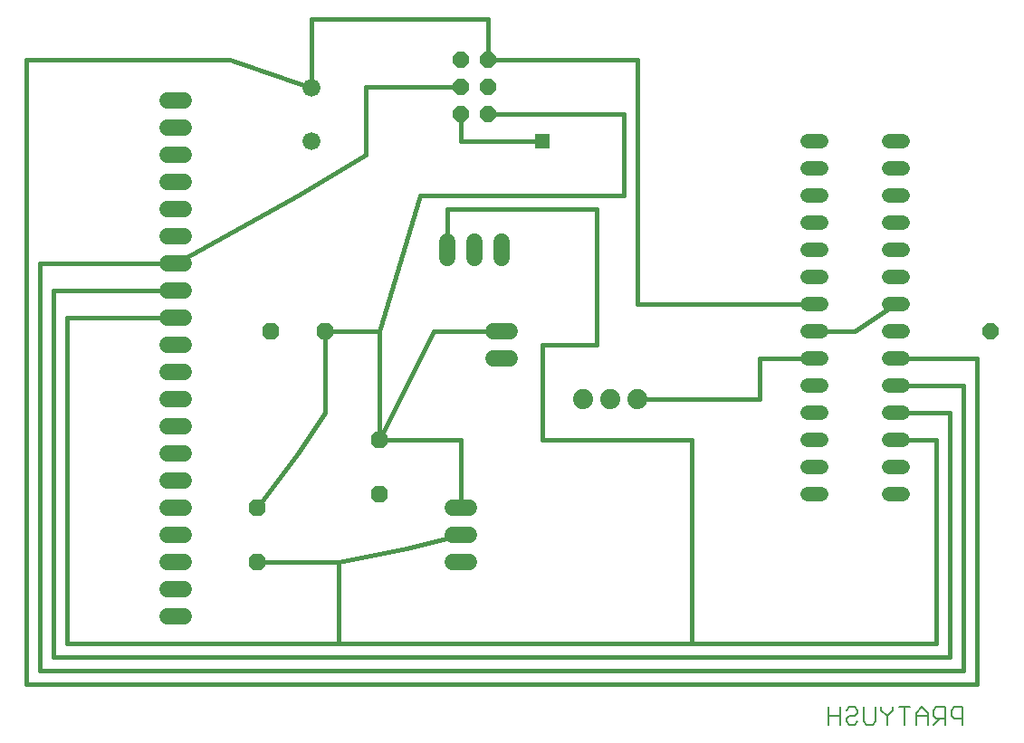
<source format=gbl>
G75*
%MOIN*%
%OFA0B0*%
%FSLAX24Y24*%
%IPPOS*%
%LPD*%
%AMOC8*
5,1,8,0,0,1.08239X$1,22.5*
%
%ADD10C,0.0060*%
%ADD11C,0.0520*%
%ADD12C,0.0600*%
%ADD13OC8,0.0600*%
%ADD14C,0.0740*%
%ADD15C,0.0660*%
%ADD16OC8,0.0630*%
%ADD17C,0.0160*%
%ADD18R,0.0531X0.0531*%
D10*
X032131Y002130D02*
X032131Y002771D01*
X032131Y002450D02*
X032558Y002450D01*
X032776Y002344D02*
X032776Y002237D01*
X032882Y002130D01*
X033096Y002130D01*
X033203Y002237D01*
X033420Y002237D02*
X033527Y002130D01*
X033740Y002130D01*
X033847Y002237D01*
X033847Y002771D01*
X034065Y002771D02*
X034065Y002664D01*
X034278Y002450D01*
X034278Y002130D01*
X034278Y002450D02*
X034492Y002664D01*
X034492Y002771D01*
X034709Y002771D02*
X035136Y002771D01*
X034923Y002771D02*
X034923Y002130D01*
X035354Y002130D02*
X035354Y002557D01*
X035567Y002771D01*
X035781Y002557D01*
X035781Y002130D01*
X035998Y002130D02*
X036212Y002344D01*
X036105Y002344D02*
X036425Y002344D01*
X036425Y002130D02*
X036425Y002771D01*
X036105Y002771D01*
X035998Y002664D01*
X035998Y002450D01*
X036105Y002344D01*
X035781Y002450D02*
X035354Y002450D01*
X036643Y002450D02*
X036750Y002344D01*
X037070Y002344D01*
X037070Y002130D02*
X037070Y002771D01*
X036750Y002771D01*
X036643Y002664D01*
X036643Y002450D01*
X033420Y002237D02*
X033420Y002771D01*
X033203Y002664D02*
X033203Y002557D01*
X033096Y002450D01*
X032882Y002450D01*
X032776Y002344D01*
X032558Y002130D02*
X032558Y002771D01*
X032776Y002664D02*
X032882Y002771D01*
X033096Y002771D01*
X033203Y002664D01*
D11*
X034340Y010600D02*
X034860Y010600D01*
X034860Y011600D02*
X034340Y011600D01*
X034340Y012600D02*
X034860Y012600D01*
X034860Y013600D02*
X034340Y013600D01*
X034340Y014600D02*
X034860Y014600D01*
X034860Y015600D02*
X034340Y015600D01*
X034340Y016600D02*
X034860Y016600D01*
X034860Y017600D02*
X034340Y017600D01*
X034340Y018600D02*
X034860Y018600D01*
X034860Y019600D02*
X034340Y019600D01*
X034340Y020600D02*
X034860Y020600D01*
X034860Y021600D02*
X034340Y021600D01*
X034340Y022600D02*
X034860Y022600D01*
X034860Y023600D02*
X034340Y023600D01*
X031860Y023600D02*
X031340Y023600D01*
X031340Y022600D02*
X031860Y022600D01*
X031860Y021600D02*
X031340Y021600D01*
X031340Y020600D02*
X031860Y020600D01*
X031860Y019600D02*
X031340Y019600D01*
X031340Y018600D02*
X031860Y018600D01*
X031860Y017600D02*
X031340Y017600D01*
X031340Y016600D02*
X031860Y016600D01*
X031860Y015600D02*
X031340Y015600D01*
X031340Y014600D02*
X031860Y014600D01*
X031860Y013600D02*
X031340Y013600D01*
X031340Y012600D02*
X031860Y012600D01*
X031860Y011600D02*
X031340Y011600D01*
X031340Y010600D02*
X031860Y010600D01*
D12*
X020400Y015600D02*
X019800Y015600D01*
X019800Y016600D02*
X020400Y016600D01*
X020100Y019300D02*
X020100Y019900D01*
X019100Y019900D02*
X019100Y019300D01*
X018100Y019300D02*
X018100Y019900D01*
X008400Y020100D02*
X007800Y020100D01*
X007800Y019100D02*
X008400Y019100D01*
X008400Y018100D02*
X007800Y018100D01*
X007800Y017100D02*
X008400Y017100D01*
X008400Y016100D02*
X007800Y016100D01*
X007800Y015100D02*
X008400Y015100D01*
X008400Y014100D02*
X007800Y014100D01*
X007800Y013100D02*
X008400Y013100D01*
X008400Y012100D02*
X007800Y012100D01*
X007800Y011100D02*
X008400Y011100D01*
X008400Y010100D02*
X007800Y010100D01*
X007800Y009100D02*
X008400Y009100D01*
X008400Y008100D02*
X007800Y008100D01*
X007800Y007100D02*
X008400Y007100D01*
X008400Y006100D02*
X007800Y006100D01*
X018300Y008100D02*
X018900Y008100D01*
X018900Y009100D02*
X018300Y009100D01*
X018300Y010100D02*
X018900Y010100D01*
X008400Y021100D02*
X007800Y021100D01*
X007800Y022100D02*
X008400Y022100D01*
X008400Y023100D02*
X007800Y023100D01*
X007800Y024100D02*
X008400Y024100D01*
X008400Y025100D02*
X007800Y025100D01*
D13*
X018600Y024600D03*
X018600Y025600D03*
X018600Y026600D03*
X019600Y026600D03*
X019600Y025600D03*
X019600Y024600D03*
X038100Y016600D03*
D14*
X025100Y014100D03*
X024100Y014100D03*
X023100Y014100D03*
D15*
X013100Y023616D03*
X013100Y025584D03*
D16*
X013600Y016600D03*
X011600Y016600D03*
X015600Y012600D03*
X015600Y010600D03*
X011100Y010100D03*
X011100Y008100D03*
D17*
X002600Y003600D02*
X002600Y026600D01*
X010100Y026600D01*
X013100Y025584D01*
X013100Y028100D01*
X019600Y028100D01*
X019600Y026600D01*
X025100Y026600D01*
X025100Y017600D01*
X031600Y017600D01*
X031600Y016600D02*
X033100Y016600D01*
X034600Y017600D01*
X034600Y015600D02*
X037600Y015600D01*
X037600Y003600D01*
X002600Y003600D01*
X003100Y004100D02*
X003100Y019100D01*
X008100Y019100D01*
X012600Y021600D01*
X015100Y023100D01*
X015100Y025600D01*
X018600Y025600D01*
X018600Y024600D02*
X018600Y023600D01*
X021600Y023600D01*
X019600Y024600D02*
X024600Y024600D01*
X024600Y021600D01*
X017100Y021600D01*
X015600Y016600D01*
X013600Y016600D01*
X013600Y013600D01*
X012600Y012100D01*
X011100Y010100D01*
X011100Y008100D02*
X014100Y008100D01*
X014100Y005100D01*
X027100Y005100D01*
X027100Y012600D01*
X021600Y012600D01*
X021600Y016100D01*
X023600Y016100D01*
X023600Y021100D01*
X018100Y021100D01*
X018100Y019600D01*
X017600Y016600D02*
X020100Y016600D01*
X017600Y016600D02*
X015600Y012600D01*
X018600Y012600D01*
X018600Y010100D01*
X018600Y009100D02*
X016600Y008600D01*
X014100Y008100D01*
X015600Y012600D02*
X015600Y016600D01*
X008100Y017100D02*
X004100Y017100D01*
X004100Y005100D01*
X036100Y005100D01*
X036100Y012600D01*
X034600Y012600D01*
X034600Y013600D02*
X036600Y013600D01*
X036600Y004600D01*
X003600Y004600D01*
X003600Y018100D01*
X008100Y018100D01*
X025100Y014100D02*
X029600Y014100D01*
X029600Y015600D01*
X031600Y015600D01*
X034600Y014600D02*
X037100Y014600D01*
X037100Y004100D01*
X003100Y004100D01*
D18*
X021600Y023600D03*
M02*

</source>
